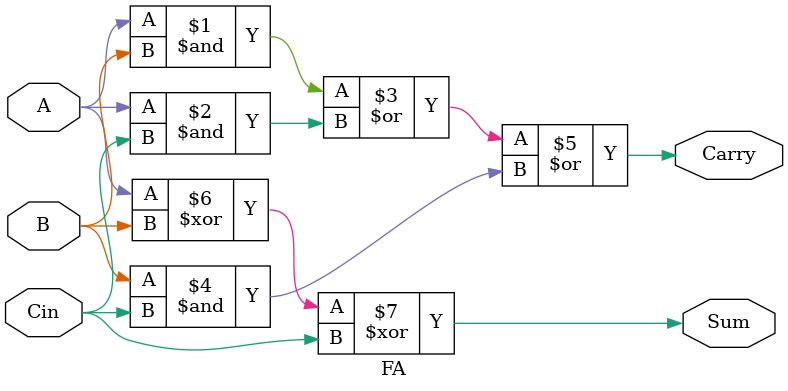
<source format=v>
`timescale 1ns / 1ps
module FA(A, B, Cin, Sum, Carry);
	input A, B, Cin;
	output Sum, Carry;
	assign Carry = (A & B) | (A & Cin) | (B & Cin);
	assign Sum = A ^ B ^ Cin;
endmodule

</source>
